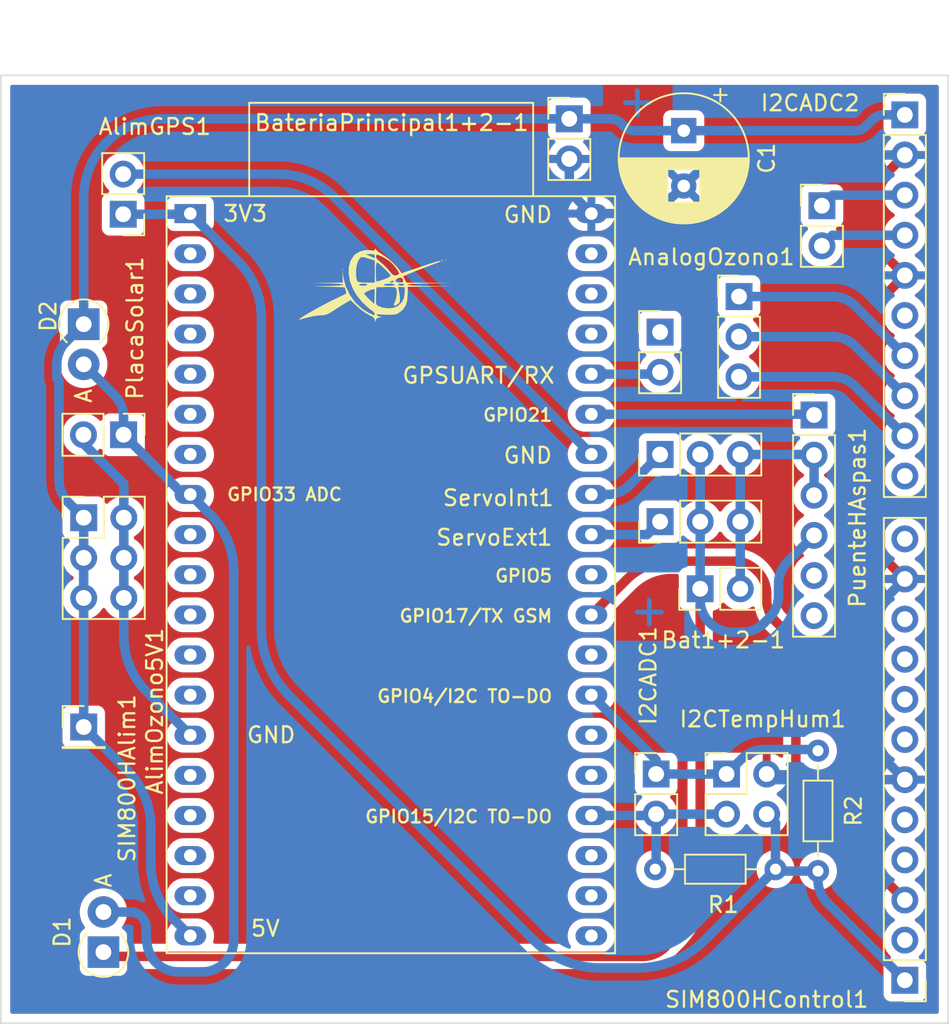
<source format=kicad_pcb>
(kicad_pcb (version 20221018) (generator pcbnew)
  (layers (0 "F.Cu" signal) (31 "B.Cu" signal) (34 "B.Paste" user) (35 "F.Paste" user) (36 "B.SilkS" user "B.Silkscreen") (37 "F.SilkS" user "F.Silkscreen") (38 "B.Mask" user) (39 "F.Mask" user) (44 "Edge.Cuts" user))
  (net 0 "")
  (net 1 "Net-(AZDeliveryESP1-*MTDO{slash}GPIO15{slash}ADC2_CH3)")
  (net 2 "Net-(AZDeliveryESP1-3V3)")
  (net 3 "Net-(AZDeliveryESP1-ADC2_CH0{slash}GPIO4)")
  (net 10 "Net-(AZDeliveryESP1-32K_XN{slash}GPIO33{slash}ADC1_CH5)")
  (net 20 "+5V")
  (net 27 "Net-(AZDeliveryESP1-GPIO17)")
  (net 29 "Net-(AZDeliveryESP1-GPIO18)")
  (net 30 "Net-(AZDeliveryESP1-GPIO19)")
  (net 31 "Net-(AlimGPS1-Pin_2)")
  (net 32 "Net-(AZDeliveryESP1-GPIO21)")
  (net 33 "Net-(AZDeliveryESP1-U0RXD{slash}GPIO3)")
  (net 37 "GND")
  (net 38 "Net-(Bat1+2-1-Pin_1)")
  (net 47 "Net-(I2CADC2-Pin_1)")
  (net 48 "Net-(I2CADC2-Pin_2)")
  (net 50 "Net-(AnalogOzono1-Pin_1)")
  (net 51 "Net-(AnalogOzono1-Pin_2)")
  (net 52 "Net-(AnalogOzono1-Pin_3)")
  (net 54 "Net-(Bat1+2-1-Pin_2)")
  (net 58 "Net-(AlimOzono5V1-Pin_2)")
  (footprint "Connector_PinHeader_2.54mm:PinHeader_1x02_P2.54mm_Vertical" (layer "F.Cu") (at 83 133.79 180)
    (fp_text reference "AlimGPS1" (at -2 5.54) (layer "F.SilkS"))
    (fp_text value "Conn_01x02")
    (pad "1" thru_hole rect (at 0 0 180) (size 1.7 1.7) (drill 1) (layers "*.Cu" "*.Mask") (net 2 "Net-(AZDeliveryESP1-3V3)"))
    (pad "2" thru_hole oval (at 0 2.54 180) (size 1.7 1.7) (drill 1) (layers "*.Cu" "*.Mask") (net 31 "Net-(AlimGPS1-Pin_2)"))
  )
  (footprint "Connector_PinHeader_2.54mm:PinHeader_1x02_P2.54mm_Vertical" (layer "F.Cu") (at 116.75 169.225)
    (fp_text reference "I2CADC1" (at -0.5 -6.225 90) (layer "F.SilkS"))
    (fp_text value "Conn_01x02")
    (pad "1" thru_hole rect (at 0 0) (size 1.7 1.7) (drill 1) (layers "*.Cu" "*.Mask") (net 3 "Net-(AZDeliveryESP1-ADC2_CH0{slash}GPIO4)"))
    (pad "2" thru_hole oval (at 0 2.54) (size 1.7 1.7) (drill 1) (layers "*.Cu" "*.Mask") (net 1 "Net-(AZDeliveryESP1-*MTDO{slash}GPIO15{slash}ADC2_CH3)"))
  )
  (footprint "Connector_PinHeader_2.54mm:PinHeader_1x02_P2.54mm_Vertical" (layer "F.Cu") (at 83.025 147.75 -90)
    (fp_text reference "PlacaSolar1" (at -6.75 -0.725 90) (layer "F.SilkS"))
    (fp_text value "Conn_01x02")
    (pad "1" thru_hole rect (at 0 0 270) (size 1.7 1.7) (drill 1) (layers "*.Cu" "*.Mask") (net 10 "Net-(AZDeliveryESP1-32K_XN{slash}GPIO33{slash}ADC1_CH5)"))
    (pad "2" thru_hole oval (at 0 2.54 270) (size 1.7 1.7) (drill 1) (layers "*.Cu" "*.Mask") (net 58 "Net-(AlimOzono5V1-Pin_2)"))
  )
  (footprint "Connector_PinHeader_2.54mm:PinHeader_1x10_P2.54mm_Vertical" (layer "F.Cu") (at 132.5 127.5)
    (fp_text reference "I2CADCExterno1" hide)
    (fp_text value "Conn_01x10")
    (pad "1" thru_hole rect (at 0 0) (size 1.7 1.7) (drill 1) (layers "*.Cu" "*.Mask") (net 20 "+5V"))
    (pad "2" thru_hole oval (at 0 2.54) (size 1.7 1.7) (drill 1) (layers "*.Cu" "*.Mask") (net 37 "GND"))
    (pad "3" thru_hole oval (at 0 5.08) (size 1.7 1.7) (drill 1) (layers "*.Cu" "*.Mask") (net 47 "Net-(I2CADC2-Pin_1)"))
    (pad "4" thru_hole oval (at 0 7.62) (size 1.7 1.7) (drill 1) (layers "*.Cu" "*.Mask") (net 48 "Net-(I2CADC2-Pin_2)"))
    (pad "5" thru_hole oval (at 0 10.16) (size 1.7 1.7) (drill 1) (layers "*.Cu" "*.Mask") (net 37 "GND"))
    (pad "6" thru_hole oval (at 0 12.7) (size 1.7 1.7) (drill 1) (layers "*.Cu" "*.Mask"))
    (pad "7" thru_hole oval (at 0 15.24) (size 1.7 1.7) (drill 1) (layers "*.Cu" "*.Mask") (net 50 "Net-(AnalogOzono1-Pin_1)"))
    (pad "8" thru_hole oval (at 0 17.78) (size 1.7 1.7) (drill 1) (layers "*.Cu" "*.Mask") (net 51 "Net-(AnalogOzono1-Pin_2)"))
    (pad "9" thru_hole oval (at 0 20.32) (size 1.7 1.7) (drill 1) (layers "*.Cu" "*.Mask") (net 52 "Net-(AnalogOzono1-Pin_3)"))
    (pad "10" thru_hole oval (at 0 22.86) (size 1.7 1.7) (drill 1) (layers "*.Cu" "*.Mask"))
  )
  (footprint "Connector_PinHeader_2.54mm:PinHeader_2x02_P2.54mm_Vertical" (layer "F.Cu") (at 121.21 169.225)
    (fp_text reference "I2CTempHum1" (at 2.29 -3.475) (layer "F.SilkS"))
    (fp_text value "Conn_02x02_Odd_Even")
    (pad "1" thru_hole rect (at 0 0) (size 1.7 1.7) (drill 1) (layers "*.Cu" "*.Mask") (net 3 "Net-(AZDeliveryESP1-ADC2_CH0{slash}GPIO4)"))
    (pad "2" thru_hole oval (at 2.54 0) (size 1.7 1.7) (drill 1) (layers "*.Cu" "*.Mask") (net 37 "GND"))
    (pad "3" thru_hole oval (at 0 2.54) (size 1.7 1.7) (drill 1) (layers "*.Cu" "*.Mask") (net 1 "Net-(AZDeliveryESP1-*MTDO{slash}GPIO15{slash}ADC2_CH3)"))
    (pad "4" thru_hole oval (at 2.54 2.54) (size 1.7 1.7) (drill 1) (layers "*.Cu" "*.Mask") (net 2 "Net-(AZDeliveryESP1-3V3)"))
  )
  (footprint "Connector_PinHeader_2.54mm:PinHeader_1x06_P2.54mm_Vertical" (layer "F.Cu") (at 126.75 146.5)
    (fp_text reference "PuenteHAspas1" (at 2.75 6.5 90) (layer "F.SilkS"))
    (fp_text value "Conn_01x06")
    (pad "1" thru_hole rect (at 0 0) (size 1.7 1.7) (drill 1) (layers "*.Cu" "*.Mask") (net 32 "Net-(AZDeliveryESP1-GPIO21)"))
    (pad "2" thru_hole oval (at 0 2.54) (size 1.7 1.7) (drill 1) (layers "*.Cu" "*.Mask") (net 54 "Net-(Bat1+2-1-Pin_2)"))
    (pad "3" thru_hole oval (at 0 5.08) (size 1.7 1.7) (drill 1) (layers "*.Cu" "*.Mask") (net 54 "Net-(Bat1+2-1-Pin_2)"))
    (pad "4" thru_hole oval (at 0 7.62) (size 1.7 1.7) (drill 1) (layers "*.Cu" "*.Mask") (net 38 "Net-(Bat1+2-1-Pin_1)"))
    (pad "5" thru_hole oval (at 0 10.16) (size 1.7 1.7) (drill 1) (layers "*.Cu" "*.Mask"))
    (pad "6" thru_hole oval (at 0 12.7) (size 1.7 1.7) (drill 1) (layers "*.Cu" "*.Mask"))
  )
  (footprint "Resistor_THT:R_Axial_DIN0204_L3.6mm_D1.6mm_P7.62mm_Horizontal" (layer "F.Cu") (at 116.69 175.25)
    (fp_text reference "R1" (at 4.31 2.25) (layer "F.SilkS"))
    (fp_text value "4k7")
    (pad "1" thru_hole circle (at 0 0) (size 1.4 1.4) (drill 0.7) (layers "*.Cu" "*.Mask") (net 1 "Net-(AZDeliveryESP1-*MTDO{slash}GPIO15{slash}ADC2_CH3)"))
    (pad "2" thru_hole oval (at 7.62 0) (size 1.4 1.4) (drill 0.7) (layers "*.Cu" "*.Mask") (net 2 "Net-(AZDeliveryESP1-3V3)"))
  )
  (footprint "Connector_PinHeader_2.54mm:PinHeader_1x03_P2.54mm_Vertical" (layer "F.Cu") (at 117 149 90)
    (fp_text reference "ServoInt1" (at -2.75 -10.25 180) (layer "F.SilkS"))
    (fp_text value "Conn_01x03")
    (pad "1" thru_hole rect (at 0 0 90) (size 1.7 1.7) (drill 1) (layers "*.Cu" "*.Mask") (net 30 "Net-(AZDeliveryESP1-GPIO19)"))
    (pad "2" thru_hole oval (at 0 2.54 90) (size 1.7 1.7) (drill 1) (layers "*.Cu" "*.Mask") (net 38 "Net-(Bat1+2-1-Pin_1)"))
    (pad "3" thru_hole oval (at 0 5.08 90) (size 1.7 1.7) (drill 1) (layers "*.Cu" "*.Mask") (net 54 "Net-(Bat1+2-1-Pin_2)"))
  )
  (footprint "Connector_PinHeader_2.54mm:PinHeader_1x02_P2.54mm_Vertical" (layer "F.Cu") (at 117 141.25)
    (fp_text reference "GPSUART/RX" (at -11.5 2.75) (layer "F.SilkS"))
    (fp_text value "Conn_01x02")
    (pad "1" thru_hole rect (at 0 0) (size 1.7 1.7) (drill 1) (layers "*.Cu" "*.Mask"))
    (pad "2" thru_hole oval (at 0 2.54) (size 1.7 1.7) (drill 1) (layers "*.Cu" "*.Mask") (net 33 "Net-(AZDeliveryESP1-U0RXD{slash}GPIO3)"))
  )
  (footprint "Connector_PinHeader_2.54mm:PinHeader_2x03_P2.54mm_Vertical" (layer "F.Cu") (at 80.5 153)
    (fp_text reference "AlimOzono5V1" (at 4.5 12.25 90) (layer "F.SilkS"))
    (fp_text value "Conn_02x03_Odd_Even")
    (pad "1" thru_hole rect (at 0 0) (size 1.7 1.7) (drill 1) (layers "*.Cu" "*.Mask") (net 20 "+5V"))
    (pad "2" thru_hole oval (at 2.54 0) (size 1.7 1.7) (drill 1) (layers "*.Cu" "*.Mask") (net 58 "Net-(AlimOzono5V1-Pin_2)"))
    (pad "3" thru_hole oval (at 0 2.54) (size 1.7 1.7) (drill 1) (layers "*.Cu" "*.Mask") (net 20 "+5V"))
    (pad "4" thru_hole oval (at 2.54 2.54) (size 1.7 1.7) (drill 1) (layers "*.Cu" "*.Mask") (net 58 "Net-(AlimOzono5V1-Pin_2)"))
    (pad "5" thru_hole oval (at 0 5.08) (size 1.7 1.7) (drill 1) (layers "*.Cu" "*.Mask") (net 20 "+5V"))
    (pad "6" thru_hole oval (at 2.54 5.08) (size 1.7 1.7) (drill 1) (layers "*.Cu" "*.Mask") (net 58 "Net-(AlimOzono5V1-Pin_2)"))
  )
  (footprint "Connector_PinHeader_2.54mm:PinHeader_1x01_P2.54mm_Vertical" (layer "F.Cu") (at 80.5 166.25)
    (fp_text reference "SIM800HAlim1" (at 2.75 3.25 90) (layer "F.SilkS"))
    (fp_text value "Conn_01x01")
    (pad "1" thru_hole rect (at 0 0) (size 1.7 1.7) (drill 1) (layers "*.Cu" "*.Mask") (net 20 "+5V"))
  )
  (footprint "Diode_THT:D_T-1_P2.54mm_Vertical_AnodeUp" (layer "F.Cu") (at 80.5 140.75 -90)
    (fp_text reference "D2" (at -0.5 2.25 -90) (layer "F.SilkS"))
    (fp_text value "D")
    (fp_text user "A" (at 4.54 0 -90) (layer "F.SilkS"))
    (pad "1" thru_hole rect (at 0 0 270) (size 2 2) (drill 1) (layers "*.Cu" "*.Mask") (net 20 "+5V"))
    (pad "2" thru_hole oval (at 2.54 0 270) (size 2 2) (drill 1) (layers "*.Cu" "*.Mask") (net 10 "Net-(AZDeliveryESP1-32K_XN{slash}GPIO33{slash}ADC1_CH5)"))
  )
  (footprint "Connector_PinHeader_2.54mm:PinHeader_1x02_P2.54mm_Vertical" (layer "F.Cu") (at 111.25 127.75)
    (fp_text reference "BateriaPrincipal1+2-1" (at -11.25 0.25) (layer "F.SilkS"))
    (fp_text value "Conn_01x02")
    (pad "1" thru_hole rect (at 0 0) (size 1.7 1.7) (drill 1) (layers "*.Cu" "*.Mask") (net 20 "+5V"))
    (pad "2" thru_hole oval (at 0 2.54) (size 1.7 1.7) (drill 1) (layers "*.Cu" "*.Mask") (net 37 "GND"))
  )
  (footprint "Connector_PinHeader_2.54mm:PinHeader_1x12_P2.54mm_Vertical" (layer "F.Cu") (at 132.5 182.28 180)
    (fp_text reference "SIM800HControl1" (at 8.75 -1.22) (layer "F.SilkS"))
    (fp_text value "Conn_01x12")
    (pad "1" thru_hole rect (at 0 0 180) (size 1.7 1.7) (drill 1) (layers "*.Cu" "*.Mask") (net 2 "Net-(AZDeliveryESP1-3V3)"))
    (pad "2" thru_hole oval (at 0 2.54 180) (size 1.7 1.7) (drill 1) (layers "*.Cu" "*.Mask"))
    (pad "3" thru_hole oval (at 0 5.08 180) (size 1.7 1.7) (drill 1) (layers "*.Cu" "*.Mask") (net 27 "Net-(AZDeliveryESP1-GPIO17)"))
    (pad "4" thru_hole oval (at 0 7.62 180) (size 1.7 1.7) (drill 1) (layers "*.Cu" "*.Mask"))
    (pad "5" thru_hole oval (at 0 10.16 180) (size 1.7 1.7) (drill 1) (layers "*.Cu" "*.Mask"))
    (pad "6" thru_hole oval (at 0 12.7 180) (size 1.7 1.7) (drill 1) (layers "*.Cu" "*.Mask") (net 37 "GND"))
    (pad "7" thru_hole oval (at 0 15.24 180) (size 1.7 1.7) (drill 1) (layers "*.Cu" "*.Mask"))
    (pad "8" thru_hole oval (at 0 17.78 180) (size 1.7 1.7) (drill 1) (layers "*.Cu" "*.Mask"))
    (pad "9" thru_hole oval (at 0 20.32 180) (size 1.7 1.7) (drill 1) (layers "*.Cu" "*.Mask"))
    (pad "10" thru_hole oval (at 0 22.86 180) (size 1.7 1.7) (drill 1) (layers "*.Cu" "*.Mask"))
    (pad "11" thru_hole oval (at 0 25.4 180) (size 1.7 1.7) (drill 1) (layers "*.Cu" "*.Mask") (net 37 "GND"))
    (pad "12" thru_hole oval (at 0 27.94 180) (size 1.7 1.7) (drill 1) (layers "*.Cu" "*.Mask"))
  )
  (footprint "Connector_PinHeader_2.54mm:PinHeader_1x03_P2.54mm_Vertical" (layer "F.Cu") (at 117 153.25 90)
    (fp_text reference "ServoExt1" (at -1 -10.5 180) (layer "F.SilkS"))
    (fp_text value "Conn_01x03")
    (pad "1" thru_hole rect (at 0 0 90) (size 1.7 1.7) (drill 1) (layers "*.Cu" "*.Mask") (net 29 "Net-(AZDeliveryESP1-GPIO18)"))
    (pad "2" thru_hole oval (at 0 2.54 90) (size 1.7 1.7) (drill 1) (layers "*.Cu" "*.Mask") (net 38 "Net-(Bat1+2-1-Pin_1)"))
    (pad "3" thru_hole oval (at 0 5.08 90) (size 1.7 1.7) (drill 1) (layers "*.Cu" "*.Mask") (net 54 "Net-(Bat1+2-1-Pin_2)"))
  )
  (footprint "Connector_PinHeader_2.54mm:PinHeader_1x03_P2.54mm_Vertical" (layer "F.Cu") (at 122 139)
    (fp_text reference "AnalogOzono1" (at -1.75 -2.5) (layer "F.SilkS"))
    (fp_text value "Conn_01x03")
    (pad "1" thru_hole rect (at 0 0) (size 1.7 1.7) (drill 1) (layers "*.Cu" "*.Mask") (net 50 "Net-(AnalogOzono1-Pin_1)"))
    (pad "2" thru_hole oval (at 0 2.54) (size 1.7 1.7) (drill 1) (layers "*.Cu" "*.Mask") (net 51 "Net-(AnalogOzono1-Pin_2)"))
    (pad "3" thru_hole oval (at 0 5.08) (size 1.7 1.7) (drill 1) (layers "*.Cu" "*.Mask") (net 52 "Net-(AnalogOzono1-Pin_3)"))
  )
  (footprint "LOGOS:ETSISI_logo" (layer "F.Cu") (at 99 138.25)
    (fp_text reference "G***" hide)
    (fp_text value "LOGO" hide)
  )
  (footprint "Connector_PinHeader_2.54mm:PinHeader_1x02_P2.54mm_Vertical" (layer "F.Cu") (at 119.54 157.5 90)
    (fp_text reference "Bat1+2-1" (at -3.25 1.46 180) (layer "F.SilkS"))
    (fp_text value "Conn_01x02")
    (pad "1" thru_hole rect (at 0 0 90) (size 1.7 1.7) (drill 1) (layers "*.Cu" "*.Mask") (net 38 "Net-(Bat1+2-1-Pin_1)"))
    (pad "2" thru_hole oval (at 0 2.54 90) (size 1.7 1.7) (drill 1) (layers "*.Cu" "*.Mask") (net 54 "Net-(Bat1+2-1-Pin_2)"))
  )
  (footprint "Capacitor_THT:CP_Radial_D8.0mm_P3.50mm" (layer "F.Cu") (at 118.5 128.5 -90)
    (fp_text reference "C1" (at 1.75 -5.25 90) (layer "F.SilkS"))
    (fp_text value "220uF")
    (pad "1" thru_hole rect (at 0 0 270) (size 1.6 1.6) (drill 0.8) (layers "*.Cu" "*.Mask") (net 20 "+5V"))
    (pad "2" thru_hole circle (at 3.5 0 270) (size 1.6 1.6) (drill 0.8) (layers "*.Cu" "*.Mask") (net 37 "GND"))
  )
  (footprint "Connector_PinHeader_2.54mm:PinHeader_1x02_P2.54mm_Vertical" (layer "F.Cu") (at 127.25 133.25)
    (fp_text reference "I2CADC2" (at -0.75 -6.5) (layer "F.SilkS"))
    (fp_text value "Conn_01x02")
    (pad "1" thru_hole rect (at 0 0) (size 1.7 1.7) (drill 1) (layers "*.Cu" "*.Mask") (net 47 "Net-(I2CADC2-Pin_1)"))
    (pad "2" thru_hole oval (at 0 2.54) (size 1.7 1.7) (drill 1) (layers "*.Cu" "*.Mask") (net 48 "Net-(I2CADC2-Pin_2)"))
  )
  (footprint "Resistor_THT:R_Axial_DIN0204_L3.6mm_D1.6mm_P7.62mm_Horizontal" (layer "F.Cu") (at 127 167.75 -90)
    (fp_text reference "R2" (at 3.81 -2.25 90) (layer "F.SilkS"))
    (fp_text value "4k7")
    (pad "1" thru_hole circle (at 0 0 270) (size 1.4 1.4) (drill 0.7) (layers "*.Cu" "*.Mask") (net 3 "Net-(AZDeliveryESP1-ADC2_CH0{slash}GPIO4)"))
    (pad "2" thru_hole oval (at 7.62 0 270) (size 1.4 1.4) (drill 0.7) (layers "*.Cu" "*.Mask") (net 2 "Net-(AZDeliveryESP1-3V3)"))
  )
  (footprint "Espressif:ESP32-DevKitC" (layer "F.Cu") (at 87.25 133.75)
    (fp_text reference "AZDeliveryESP1" hide)
    (fp_text value "ESP32-DevKitC" hide)
    (fp_text user "GND" (at 23 15.31 unlocked) (layer "F.SilkS") (effects (justify right)))
    (fp_text user "GND" (at 3.5 33 unlocked) (layer "F.SilkS") (effects (justify left)))
    (fp_text user "3V3" (at 2 0 unlocked) (layer "F.SilkS") (effects (justify left)))
    (fp_text user "GPIO15/I2C TO-DO" (at 23 38.17 unlocked) (layer "F.SilkS") (effects (font (size 0.8 0.8)) (justify right)))
    (fp_text user "5V" (at 3.75 45.25 unlocked) (layer "F.SilkS") (effects (justify left)))
    (fp_text user "GPIO21" (at 23 12.75 unlocked) (layer "F.SilkS") (effects (font (size 0.8 0.8)) (justify right)))
    (fp_text user "GND" (at 23 0.07 unlocked) (layer "F.SilkS") (effects (justify right)))
    (fp_text user "GPIO5" (at 23 22.93 unlocked) (layer "F.SilkS") (effects (font (size 0.8 0.8)) (justify right)))
    (fp_text user "GPIO33 ADC" (at 2.25 17.78 unlocked) (layer "F.SilkS") (effects (font (size 0.8 0.8)) (justify left)))
    (fp_text user "GPIO4/I2C TO-DO" (at 23 30.55 unlocked) (layer "F.SilkS") (effects (font (size 0.8 0.8)) (justify right)))
    (fp_text user "GPIO17/TX GSM" (at 23 25.47 unlocked) (layer "F.SilkS") (effects (font (size 0.8 0.8)) (justify right)))
    (pad "1" thru_hole rect (at 0 0 270) (size 1.2 2) (drill 0.8) (layers "*.Cu" "*.Mask") (net 2 "Net-(AZDeliveryESP1-3V3)"))
    (pad "2" thru_hole oval (at 0 2.54 270) (size 1.2 2) (drill 0.8) (layers "*.Cu" "*.Mask"))
    (pad "3" thru_hole oval (at 0 5.08 270) (size 1.2 2) (drill 0.8) (layers "*.Cu" "*.Mask"))
    (pad "4" thru_hole oval (at 0 7.62 270) (size 1.2 2) (drill 0.8) (layers "*.Cu" "*.Mask"))
    (pad "5" thru_hole oval (at 0 10.16 270) (size 1.2 2) (drill 0.8) (layers "*.Cu" "*.Mask"))
    (pad "6" thru_hole oval (at 0 12.7 270) (size 1.2 2) (drill 0.8) (layers "*.Cu" "*.Mask"))
    (pad "7" thru_hole oval (at 0 15.24 270) (size 1.2 2) (drill 0.8) (layers "*.Cu" "*.Mask"))
    (pad "8" thru_hole oval (at 0 17.78 270) (size 1.2 2) (drill 0.8) (layers "*.Cu" "*.Mask") (net 10 "Net-(AZDeliveryESP1-32K_XN{slash}GPIO33{slash}ADC1_CH5)"))
    (pad "9" thru_hole oval (at 0 20.32 270) (size 1.2 2) (drill 0.8) (layers "*.Cu" "*.Mask"))
    (pad "10" thru_hole oval (at 0 22.86 270) (size 1.2 2) (drill 0.8) (layers "*.Cu" "*.Mask"))
    (pad "11" thru_hole oval (at 0 25.4 270) (size 1.2 2) (drill 0.8) (layers "*.Cu" "*.Mask"))
    (pad "12" thru_hole oval (at 0 27.94 270) (size 1.2 2) (drill 0.8) (layers "*.Cu" "*.Mask"))
    (pad "13" thru_hole oval (at 0 30.48 270) (size 1.2 2) (drill 0.8) (layers "*.Cu" "*.Mask"))
    (pad "14" thru_hole oval (at 0 33.02 270) (size 1.2 2) (drill 0.8) (layers "*.Cu" "*.Mask") (net 58 "Net-(AlimOzono5V1-Pin_2)"))
    (pad "15" thru_hole oval (at 0 35.56 270) (size 1.2 2) (drill 0.8) (layers "*.Cu" "*.Mask"))
    (pad "16" thru_hole oval (at 0 38.1 270) (size 1.2 2) (drill 0.8) (layers "*.Cu" "*.Mask"))
    (pad "17" thru_hole oval (at 0 40.64 270) (size 1.2 2) (drill 0.8) (layers "*.Cu" "*.Mask"))
    (pad "18" thru_hole oval (at 0 43.18 270) (size 1.2 2) (drill 0.8) (layers "*.Cu" "*.Mask"))
    (pad "19" thru_hole oval (at 0 45.72 270) (size 1.2 2) (drill 0.8) (layers "*.Cu" "*.Mask") (net 20 "+5V"))
    (pad "20" thru_hole oval (at 25.39632 45.71728 270) (size 1.2 2) (drill 0.8) (layers "*.Cu" "*.Mask"))
    (pad "21" thru_hole oval (at 25.39632 43.17728 270) (size 1.2 2) (drill 0.8) (layers "*.Cu" "*.Mask"))
    (pad "22" thru_hole oval (at 25.4 40.64 270) (size 1.2 2) (drill 0.8) (layers "*.Cu" "*.Mask"))
    (pad "23" thru_hole oval (at 25.4 38.1 270) (size 1.2 2) (drill 0.8) (layers "*.Cu" "*.Mask") (net 1 "Net-(AZDeliveryESP1-*MTDO{slash}GPIO15{slash}ADC2_CH3)"))
    (pad "24" thru_hole oval (at 25.4 35.56 270) (size 1.2 2) (drill 0.8) (layers "*.Cu" "*.Mask"))
    (pad "25" thru_hole oval (at 25.4 33.02 270) (size 1.2 2) (drill 0.8) (layers "*.Cu" "*.Mask"))
    (pad "26" thru_hole oval (at 25.4 30.48 270) (size 1.2 2) (drill 0.8) (layers "*.Cu" "*.Mask") (net 3 "Net-(AZDeliveryESP1-ADC2_CH0{slash}GPIO4)"))
    (pad "27" thru_hole oval (at 25.4 27.94 270) (size 1.2 2) (drill 0.8) (layers "*.Cu" "*.Mask"))
    (pad "28" thru_hole oval (at 25.4 25.4 270) (size 1.2 2) (drill 0.8) (layers "*.Cu" "*.Mask") (net 27 "Net-(AZDeliveryESP1-GPIO17)"))
    (pad "29" thru_hole oval (at 25.4 22.86 270) (size 1.2 2) (drill 0.8) (layers "*.Cu" "*.Mask"))
    (pad "30" thru_hole oval (at 25.4 20.32 270) (size 1.2 2) (drill 0.8) (layers "*.Cu" "*.Mask") (net 29 "Net-(AZDeliveryESP1-GPIO18)"))
    (pad "31" thru_hole oval (at 25.4 17.78 270) (size 1.2 2) (drill 0.8) (layers "*.Cu" "*.Mask") (net 30 "Net-(AZDeliveryESP1-GPIO19)"))
    (pad "32" thru_hole oval (at 25.4 15.24 270) (size 1.2 2) (drill 0.8) (layers "*.Cu" "*.Mask") (net 31 "Net-(AlimGPS1-Pin_2)"))
    (pad "33" thru_hole oval (at 25.4 12.7 270) (size 1.2 2) (drill 0.8) (layers "*.Cu" "*.Mask") (net 32 "Net-(AZDeliveryESP1-GPIO21)"))
    (pad "34" thru_hole oval (at 25.4 10.16 270) (size 1.2 2) (drill 0.8) (layers "*.Cu" "*.Mask") (net 33 "Net-(AZDeliveryESP1-U0RXD{slash}GPIO3)"))
    (pad "35" thru_hole oval (at 25.4 7.62 270) (size 1.2 2) (drill 0.8) (layers "*.Cu" "*.Mask"))
    (pad "36" thru_hole oval (at 25.4 5.08 270) (size 1.2 2) (drill 0.8) (layers "*.Cu" "*.Mask"))
    (pad "37" thru_hole oval (at 25.4 2.54 270) (size 1.2 2) (drill 0.8) (layers "*.Cu" "*.Mask"))
    (pad "38" thru_hole oval (at 25.4 0 270) (size 1.2 2) (drill 0.8) (layers "*.Cu" "*.Mask") (net 37 "GND"))
  )
  (footprint "Diode_THT:D_T-1_P2.54mm_Vertical_AnodeUp" (layer "F.Cu") (at 81.75 180.5 90)
    (fp_text reference "D1" (at 1.27 -2.609214 90) (layer "F.SilkS"))
    (fp_text value "D")
    (fp_text user "A" (at 4.54 0 90) (layer "F.SilkS"))
    (pad "1" thru_hole rect (at 0 0 90) (size 2 2) (drill 1) (layers "*.Cu" "*.Mask") (net 38 "Net-(Bat1+2-1-Pin_1)"))
    (pad "2" thru_hole oval (at 2.54 0 90) (size 2 2) (drill 1) (layers "*.Cu" "*.Mask") (net 10 "Net-(AZDeliveryESP1-32K_XN{slash}GPIO33{slash}ADC1_CH5)"))
  )
  (gr_rect (start 75.25 125) (end 135.25 185) (stroke (width 0.1)) (fill none) (layer "Edge.Cuts"))
  (gr_text "+" (at 117 127.75) (layer "B.Cu") (effects (font (size 2 2) (thickness 0.3)) (justify left bottom mirror)))
  (gr_text "+" (at 117.75 160) (layer "B.Cu") (effects (font (size 2 2) (thickness 0.3)) (justify left bottom mirror)))
  (segment (start 116.75 175.19) (end 116.69 175.25) (width 0.6) (layer "B.Cu") (net 1))
  (segment (start 116.75 171.765) (end 121.21 171.765) (width 0.6) (layer "B.Cu") (net 1))
  (segment (start 116.75 171.765) (end 116.75 175.19) (width 0.6) (layer "B.Cu") (net 1))
  (segment (start 112.65 171.85) (end 116.665 171.85) (width 0.6) (layer "B.Cu") (net 1))
  (segment (start 116.665 171.85) (end 116.75 171.765) (width 0.6) (layer "B.Cu") (net 1))
  (segment (start 127 175.951573) (end 127 175.37) (width 0.6) (layer "B.Cu") (net 2))
  (segment (start 108.992641 179.742641) (end 93.507359 164.257359) (width 0.6) (layer "B.Cu") (net 2))
  (segment (start 132.5 182.28) (end 127.585786 177.365786) (width 0.6) (layer "B.Cu") (net 2))
  (segment (start 90.285534 136.785534) (end 87.25 133.75) (width 0.6) (layer "B.Cu") (net 2))
  (segment (start 127 175.37) (end 124.43 175.37) (width 0.6) (layer "B.Cu") (net 2))
  (segment (start 91.75 160.014719) (end 91.75 140.321068) (width 0.6) (layer "B.Cu") (net 2))
  (segment (start 124.31 172.325) (end 123.75 171.765) (width 0.6) (layer "B.Cu") (net 2))
  (segment (start 115.574719 181.5) (end 113.235281 181.5) (width 0.6) (layer "B.Cu") (net 2))
  (segment (start 124.43 175.37) (end 124.31 175.25) (width 0.6) (layer "B.Cu") (net 2))
  (segment (start 83 133.79) (end 87.21 133.79) (width 0.6) (layer "B.Cu") (net 2))
  (segment (start 124.31 175.25) (end 119.81736 179.74264) (width 0.6) (layer "B.Cu") (net 2))
  (segment (start 87.21 133.79) (end 87.25 133.75) (width 0.6) (layer "B.Cu") (net 2))
  (segment (start 124.31 175.25) (end 124.31 172.325) (width 0.6) (layer "B.Cu") (net 2))
  (arc (start 93.507359 164.257359) (mid 92.206723 162.310819) (end 91.75 160.014719) (width 0.6) (layer "B.Cu") (net 2))
  (arc (start 119.81736 179.74264) (mid 117.87082 181.043277) (end 115.574719 181.5) (width 0.6) (layer "B.Cu") (net 2))
  (arc (start 127 175.951573) (mid 127.152241 176.71694) (end 127.585786 177.365786) (width 0.6) (layer "B.Cu") (net 2))
  (arc (start 91.75 140.321068) (mid 91.369398 138.407651) (end 90.285534 136.785534) (width 0.6) (layer "B.Cu") (net 2))
  (arc (start 113.235281 181.5) (mid 110.939181 181.043277) (end 108.992641 179.742641) (width 0.6) (layer "B.Cu") (net 2))
  (segment (start 116.75 169.225) (end 121.21 169.225) (width 0.6) (layer "B.Cu") (net 3))
  (segment (start 116.75 168.33) (end 112.65 164.23) (width 0.6) (layer "B.Cu") (net 3))
  (segment (start 123.588427 167.675) (end 126.925 167.675) (width 0.6) (layer "B.Cu") (net 3))
  (segment (start 116.75 169.225) (end 116.75 168.33) (width 0.6) (layer "B.Cu") (net 3))
  (segment (start 121.21 169.225) (end 122.174214 168.260786) (width 0.6) (layer "B.Cu") (net 3))
  (segment (start 126.925 167.675) (end 127 167.75) (width 0.6) (layer "B.Cu") (net 3))
  (arc (start 123.588427 167.675) (mid 122.82306 167.827241) (end 122.174214 168.260786) (width 0.6) (layer "B.Cu") (net 3))
  (segment (start 86.805 151.53) (end 83.025 147.75) (width 0.6) (layer "B.Cu") (net 10))
  (segment (start 83.025 147.75) (end 83.025 146.643427) (width 0.6) (layer "B.Cu") (net 10))
  (segment (start 87.25 151.53) (end 86.805 151.53) (width 0.6) (layer "B.Cu") (net 10))
  (segment (start 84.46 179.71) (end 84.5 179.75) (width 0.6) (layer "B.Cu") (net 10))
  (segment (start 82.439213 145.229213) (end 80.5 143.29) (width 0.6) (layer "B.Cu") (net 10))
  (segment (start 81.75 177.96) (end 83.46 177.96) (width 0.6) (layer "B.Cu") (net 10))
  (segment (start 86.5 181.75) (end 88 181.75) (width 0.6) (layer "B.Cu") (net 10))
  (segment (start 88.535534 152.815534) (end 87.25 151.53) (width 0.6) (layer "B.Cu") (net 10))
  (segment (start 90 179.75) (end 90 156.351068) (width 0.6) (layer "B.Cu") (net 10))
  (segment (start 84.46 178.96) (end 84.46 179.71) (width 0.6) (layer "B.Cu") (net 10))
  (arc (start 83.025 146.643427) (mid 82.872759 145.87806) (end 82.439213 145.229213) (width 0.6) (layer "B.Cu") (net 10))
  (arc (start 83.46 177.96) (mid 84.167107 178.252893) (end 84.46 178.96) (width 0.6) (layer "B.Cu") (net 10))
  (arc (start 88 181.75) (mid 89.414214 181.164214) (end 90 179.75) (width 0.6) (layer "B.Cu") (net 10))
  (arc (start 90 156.351068) (mid 89.619398 154.437651) (end 88.535534 152.815534) (width 0.6) (layer "B.Cu") (net 10))
  (arc (start 86.5 181.75) (mid 85.085786 181.164214) (end 84.5 179.75) (width 0.6) (layer "B.Cu") (net 10))
  (segment (start 87.25 179.47) (end 86.214466 178.434466) (width 0.6) (layer "B.Cu") (net 20))
  (segment (start 80.5 153) (end 79.520786 152.020786) (width 0.6) (layer "B.Cu") (net 20))
  (segment (start 118.5 128.5) (end 129.335786 128.5) (width 0.6) (layer "B.Cu") (net 20))
  (segment (start 80.5 140.75) (end 80.5 132.75) (width 0.6) (layer "B.Cu") (net 20))
  (segment (start 83.285534 169.035534) (end 80.5 166.25) (width 0.6) (layer "B.Cu") (net 20))
  (segment (start 78.8 144.18) (end 78.8 143.278427) (width 0.6) (layer "B.Cu") (net 20))
  (segment (start 79.385787 141.864213) (end 80.5 140.75) (width 0.6) (layer "B.Cu") (net 20))
  (segment (start 84.75 174.898932) (end 84.75 172.571068) (width 0.6) (layer "B.Cu") (net 20))
  (segment (start 80.5 158.08) (end 80.5 155.54) (width 0.6) (layer "B.Cu") (net 20))
  (segment (start 131.164214 127.5) (end 132.5 127.5) (width 0.6) (layer "B.Cu") (net 20))
  (segment (start 78.935 150.606573) (end 78.935 144.315) (width 0.6) (layer "B.Cu") (net 20))
  (segment (start 80.5 155.54) (end 80.5 153) (width 0.6) (layer "B.Cu") (net 20))
  (segment (start 130.042893 128.207107) (end 130.457107 127.792893) (width 0.6) (layer "B.Cu") (net 20))
  (segment (start 85.5 127.75) (end 111.25 127.75) (width 0.6) (layer "B.Cu") (net 20))
  (segment (start 80.5 166.25) (end 80.5 158.08) (width 0.6) (layer "B.Cu") (net 20))
  (segment (start 118.5 128.5) (end 115.414214 128.5) (width 0.6) (layer "B.Cu") (net 20))
  (segment (start 78.935 144.315) (end 78.8 144.18) (width 0.6) (layer "B.Cu") (net 20))
  (segment (start 114.707107 128.207107) (end 114.542893 128.042893) (width 0.6) (layer "B.Cu") (net 20))
  (segment (start 113.835786 127.75) (end 111.25 127.75) (width 0.6) (layer "B.Cu") (net 20))
  (arc (start 84.75 172.571068) (mid 84.369398 170.657651) (end 83.285534 169.035534) (width 0.6) (layer "B.Cu") (net 20))
  (arc (start 114.707107 128.207107) (mid 115.03153 128.42388) (end 115.414214 128.5) (width 0.6) (layer "B.Cu") (net 20))
  (arc (start 130.042893 128.207107) (mid 129.71847 128.42388) (end 129.335786 128.5) (width 0.6) (layer "B.Cu") (net 20))
  (arc (start 114.542893 128.042893) (mid 114.21847 127.82612) (end 113.835786 127.75) (width 0.6) (layer "B.Cu") (net 20))
  (arc (start 84.75 174.898932) (mid 85.130602 176.812349) (end 86.214466 178.434466) (width 0.6) (layer "B.Cu") (net 20))
  (arc (start 85.5 127.75) (mid 81.964466 129.214466) (end 80.5 132.75) (width 0.6) (layer "B.Cu") (net 20))
  (arc (start 79.385787 141.864213) (mid 78.952241 142.51306) (end 78.8 143.278427) (width 0.6) (layer "B.Cu") (net 20))
  (arc (start 130.457107 127.792893) (mid 130.78153 127.57612) (end 131.164214 127.5) (width 0.6) (layer "B.Cu") (net 20))
  (arc (start 79.520786 152.020786) (mid 79.087241 151.37194) (end 78.935 150.606573) (width 0.6) (layer "B.Cu") (net 20))
  (segment (start 121.693605 155.75) (end 117.706854 155.75) (width 0.6) (layer "F.Cu") (net 27))
  (segment (start 123.164213 156.392181) (end 123.107818 156.335786) (width 0.6) (layer "F.Cu") (net 27))
  (segment (start 123.75 158.171573) (end 123.75 157.806395) (width 0.6) (layer "F.Cu") (net 27))
  (segment (start 125.6 169.471573) (end 125.6 161.678427) (width 0.6) (layer "F.Cu") (net 27))
  (segment (start 114.878427 156.921573) (end 112.65 159.15) (width 0.6) (layer "F.Cu") (net 27))
  (segment (start 125.014213 160.264213) (end 124.335786 159.585786) (width 0.6) (layer "F.Cu") (net 27))
  (segment (start 132.5 177.2) (end 126.185786 170.885786) (width 0.6) (layer "F.Cu") (net 27))
  (arc (start 124.335786 159.585786) (mid 123.902241 158.93694) (end 123.75 158.171573) (width 0.6) (layer "F.Cu") (net 27))
  (arc (start 117.706854 155.75) (mid 116.17612 156.054482) (end 114.878427 156.921573) (width 0.6) (layer "F.Cu") (net 27))
  (arc (start 121.693605 155.75) (mid 122.458972 155.902241) (end 123.107818 156.335786) (width 0.6) (layer "F.Cu") (net 27))
  (arc (start 125.6 169.471573) (mid 125.752241 170.23694) (end 126.185786 170.885786) (width 0.6) (layer "F.Cu") (net 27))
  (arc (start 125.6 161.678427) (mid 125.447759 160.91306) (end 125.014213 160.264213) (width 0.6) (layer "F.Cu") (net 27))
  (arc (start 123.164213 156.392181) (mid 123.597759 157.041028) (end 123.75 157.806395) (width 0.6) (layer "F.Cu") (net 27))
  (segment (start 112.65 154.07) (end 116.18 154.07) (width 0.6) (layer "B.Cu") (net 29))
  (segment (start 116.18 154.07) (end 117 153.25) (width 0.6) (layer "B.Cu") (net 29))
  (segment (start 115.055787 150.944213) (end 117 149) (width 0.6) (layer "B.Cu") (net 30))
  (segment (start 112.65 151.53) (end 113.641573 151.53) (width 0.6) (layer "B.Cu") (net 30))
  (arc (start 113.641573 151.53) (mid 114.40694 151.377759) (end 115.055787 150.944213) (width 0.6) (layer "B.Cu") (net 30))
  (segment (start 96.374466 132.714466) (end 112.65 148.99) (width 0.6) (layer "B.Cu") (net 31))
  (segment (start 83 131.25) (end 92.838932 131.25) (width 0.6) (layer "B.Cu") (net 31))
  (arc (start 96.374466 132.714466) (mid 94.752349 131.630602) (end 92.838932 131.25) (width 0.6) (layer "B.Cu") (net 31))
  (segment (start 112.65 146.45) (end 126.7 146.45) (width 0.6) (layer "B.Cu") (net 32))
  (segment (start 126.7 146.45) (end 126.75 146.5) (width 0.6) (layer "B.Cu") (net 32))
  (segment (start 116.88 143.91) (end 117 143.79) (width 0.6) (layer "B.Cu") (net 33))
  (segment (start 112.65 143.91) (end 116.88 143.91) (width 0.6) (layer "B.Cu") (net 33))
  (segment (start 130.95 139.21) (end 132.5 137.66) (width 0.6) (layer "F.Cu") (net 37))
  (segment (start 130.95 136.11) (end 130.95 131.59) (width 0.6) (layer "F.Cu") (net 37))
  (segment (start 130.95 155.33) (end 130.95 139.21) (width 0.6) (layer "F.Cu") (net 37))
  (segment (start 130.95 131.59) (end 132.5 130.04) (width 0.6) (layer "F.Cu") (net 37))
  (segment (start 132.5 137.66) (end 130.95 136.11) (width 0.6) (layer "F.Cu") (net 37))
  (segment (start 132.5 156.88) (end 130.95 155.33) (width 0.6) (layer "F.Cu") (net 37))
  (segment (start 132.5 156.88) (end 131.464466 157.915534) (width 0.6) (layer "B.Cu") (net 37))
  (segment (start 111.835787 132.935787) (end 112.65 133.75) (width 0.6) (layer "B.Cu") (net 37))
  (segment (start 124.105 169.58) (end 123.75 169.225) (width 0.6) (layer "B.Cu") (net 37))
  (segment (start 132.5 169.58) (end 124.105 169.58) (width 0.6) (layer "B.Cu") (net 37))
  (segment (start 118.214466 132.285534) (end 118.5 132) (width 0.6) (layer "B.Cu") (net 37))
  (segment (start 118.5 132) (end 118.995534 131.504466) (width 0.6) (layer "B.Cu") (net 37))
  (segment (start 122.531068 130.04) (end 132.5 130.04) (width 0.6) (layer "B.Cu") (net 37))
  (segment (start 131.464466 168.544466) (end 132.5 169.58) (width 0.6) (layer "B.Cu") (net 37))
  (segment (start 130 161.451068) (end 130 165.008932) (width 0.6) (layer "B.Cu") (net 37))
  (segment (start 111.25 130.29) (end 111.25 131.521573) (width 0.6) (layer "B.Cu") (net 37))
  (segment (start 112.65 133.75) (end 114.678932 133.75) (width 0.6) (layer "B.Cu") (net 37))
  (arc (start 118.995534 131.504466) (mid 120.617651 130.420602) (end 122.531068 130.04) (width 0.6) (layer "B.Cu") (net 37))
  (arc (start 111.835787 132.935787) (mid 111.402241 132.28694) (end 111.25 131.521573) (width 0.6) (layer "B.Cu") (net 37))
  (arc (start 118.214466 132.285534) (mid 116.592349 133.369398) (end 114.678932 133.75) (width 0.6) (layer "B.Cu") (net 37))
  (arc (start 130 165.008932) (mid 130.380602 166.922349) (end 131.464466 168.544466) (width 0.6) (layer "B.Cu") (net 37))
  (arc (start 131.464466 157.915534) (mid 130.380602 159.537651) (end 130 161.451068) (width 0.6) (layer "B.Cu") (net 37))
  (segment (start 117.315787 180.184213) (end 117.782641 179.717359) (width 0.6) (layer "F.Cu") (net 38))
  (segment (start 119.54 175.474719) (end 119.54 157.5) (width 0.6) (layer "F.Cu") (net 38))
  (segment (start 82.02 180.77) (end 115.901573 180.77) (width 0.6) (layer "F.Cu") (net 38))
  (segment (start 81.75 180.5) (end 82.02 180.77) (width 0.6) (layer "F.Cu") (net 38))
  (arc (start 117.315787 180.184213) (mid 116.66694 180.617759) (end 115.901573 180.77) (width 0.6) (layer "F.Cu") (net 38))
  (arc (start 119.54 175.474719) (mid 119.083277 177.770819) (end 117.782641 179.717359) (width 0.6) (layer "F.Cu") (net 38))
  (segment (start 119.54 153.25) (end 119.54 157.5) (width 0.6) (layer "B.Cu") (net 38))
  (segment (start 119.54 149) (end 119.54 153.25) (width 0.6) (layer "B.Cu") (net 38))
  (segment (start 119.54 157.5) (end 119.54 158.211573) (width 0.6) (layer "B.Cu") (net 38))
  (segment (start 123.585787 159.664213) (end 123.914214 159.335786) (width 0.6) (layer "B.Cu") (net 38))
  (segment (start 120.125787 159.625787) (end 120.164214 159.664214) (width 0.6) (layer "B.Cu") (net 38))
  (segment (start 124.5 157.921573) (end 124.5 157.198427) (width 0.6) (layer "B.Cu") (net 38))
  (segment (start 121.578427 160.25) (end 122.171573 160.25) (width 0.6) (layer "B.Cu") (net 38))
  (segment (start 125.085787 155.784213) (end 126.75 154.12) (width 0.6) (layer "B.Cu") (net 38))
  (arc (start 123.585787 159.664213) (mid 122.93694 160.097759) (end 122.171573 160.25) (width 0.6) (layer "B.Cu") (net 38))
  (arc (start 124.5 157.921573) (mid 124.347759 158.68694) (end 123.914214 159.335786) (width 0.6) (layer "B.Cu") (net 38))
  (arc (start 120.125787 159.625787) (mid 119.692241 158.97694) (end 119.54 158.211573) (width 0.6) (layer "B.Cu") (net 38))
  (arc (start 124.5 157.198427) (mid 124.652241 156.43306) (end 125.085787 155.784213) (width 0.6) (layer "B.Cu") (net 38))
  (arc (start 120.164214 159.664214) (mid 120.81306 160.097759) (end 121.578427 160.25) (width 0.6) (layer "B.Cu") (net 38))
  (segment (start 127.92 132.58) (end 127.25 133.25) (width 0.6) (layer "B.Cu") (net 47))
  (segment (start 132.5 132.58) (end 127.92 132.58) (width 0.6) (layer "B.Cu") (net 47))
  (segment (start 127.92 135.12) (end 127.25 135.79) (width 0.6) (layer "B.Cu") (net 48))
  (segment (start 132.5 135.12) (end 127.92 135.12) (width 0.6) (layer "B.Cu") (net 48))
  (segment (start 132.5 142.74) (end 129.345786 139.585786) (width 0.6) (layer "B.Cu") (net 50))
  (segment (start 127.931573 139) (end 122 139) (width 0.6) (layer "B.Cu") (net 50))
  (arc (start 129.345786 139.585786) (mid 128.69694 139.152241) (end 127.931573 139) (width 0.6) (layer "B.Cu") (net 50))
  (segment (start 127.931573 141.54) (end 122 141.54) (width 0.6) (layer "B.Cu") (net 51))
  (segment (start 132.5 145.28) (end 129.345786 142.125786) (width 0.6) (layer "B.Cu") (net 51))
  (arc (start 129.345786 142.125786) (mid 128.69694 141.692241) (end 127.931573 141.54) (width 0.6) (layer "B.Cu") (net 51))
  (segment (start 132.5 147.82) (end 129.345786 144.665786) (width 0.6) (layer "B.Cu") (net 52))
  (segment (start 127.931573 144.08) (end 122 144.08) (width 0.6) (layer "B.Cu") (net 52))
  (arc (start 127.931573 144.08) (mid 128.69694 144.232241) (end 129.345786 144.665786) (width 0.6) (layer "B.Cu") (net 52))
  (segment (start 122.08 153.25) (end 122.08 157.5) (width 0.6) (layer "B.Cu") (net 54))
  (segment (start 126.75 149.04) (end 126.75 151.58) (width 0.6) (layer "B.Cu") (net 54))
  (segment (start 122.08 149) (end 122.08 153.25) (width 0.6) (layer "B.Cu") (net 54))
  (segment (start 122.08 149) (end 126.71 149) (width 0.6) (layer "B.Cu") (net 54))
  (segment (start 126.71 149) (end 126.75 149.04) (width 0.6) (layer "B.Cu") (net 54))
  (segment (start 87.25 166.77) (end 84.504466 164.024466) (width 0.6) (layer "B.Cu") (net 58))
  (segment (start 80.485 148.31) (end 80.485 147.75) (width 0.6) (layer "B.Cu") (net 58))
  (segment (start 83.04 150.865) (end 80.485 148.31) (width 0.6) (layer "B.Cu") (net 58))
  (segment (start 83.04 158.08) (end 83.04 155.54) (width 0.6) (layer "B.Cu") (net 58))
  (segment (start 83.04 153) (end 83.04 150.865) (width 0.6) (layer "B.Cu") (net 58))
  (segment (start 83.04 155.54) (end 83.04 153) (width 0.6) (layer "B.Cu") (net 58))
  (segment (start 83.04 160.488932) (end 83.04 158.08) (width 0.6) (layer "B.Cu") (net 58))
  (arc (start 84.504466 164.024466) (mid 83.420602 162.402349) (end 83.04 160.488932) (width 0.6) (layer "B.Cu") (net 58))
  (zone (net 37) (net_name "GND") (layers "F&B.Cu") (connect_pads (clearance 0.5)) (min_thickness 0.25) (fill yes (thermal_gap 0.5) (thermal_bridge_width 0.5))
    (polygon (pts (xy 135.25 125) (xy 135.25 185) (xy 75.25 184.75) (xy 75.25 125)))
  )
)
</source>
